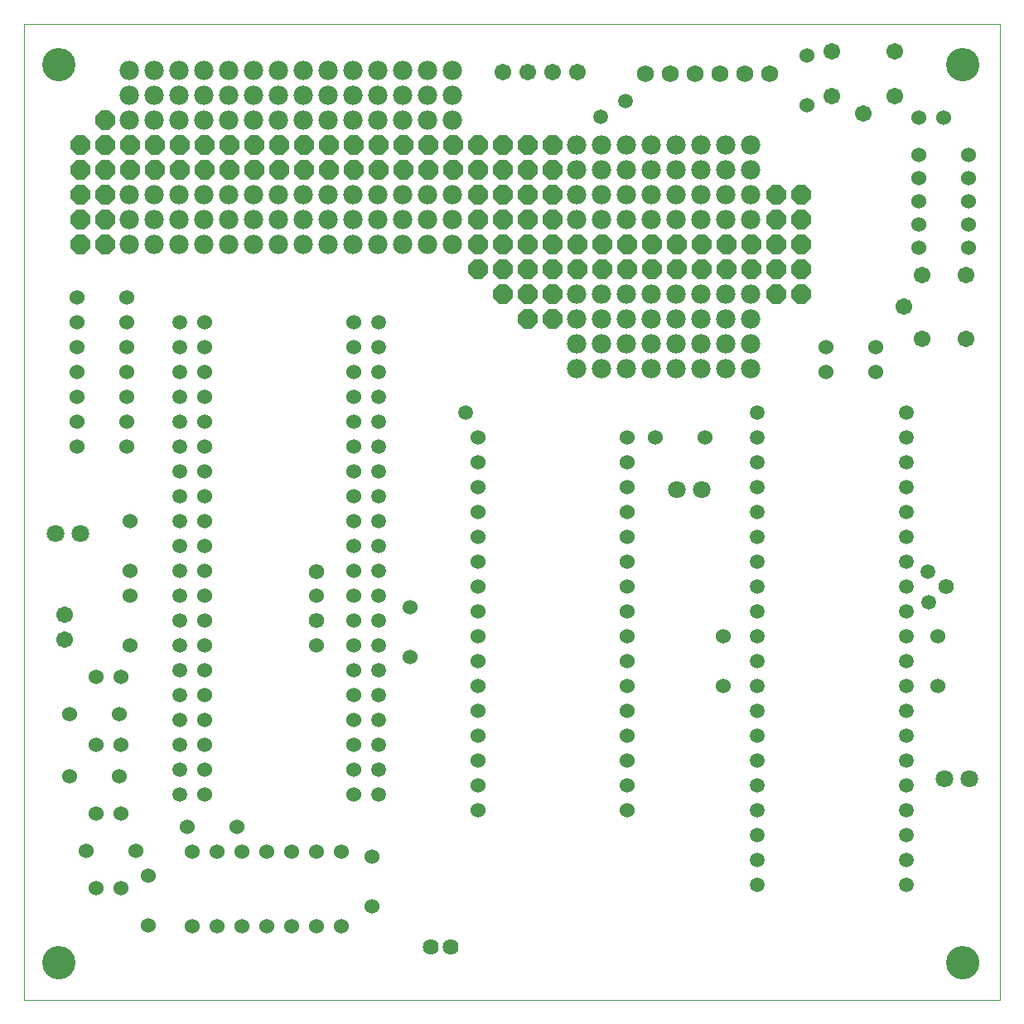
<source format=gts>
G75*
%MOIN*%
%OFA0B0*%
%FSLAX25Y25*%
%IPPOS*%
%LPD*%
%AMOC8*
5,1,8,0,0,1.08239X$1,22.5*
%
%ADD10C,0.00000*%
%ADD11C,0.13398*%
%ADD12C,0.06000*%
%ADD13C,0.05950*%
%ADD14C,0.06737*%
%ADD15C,0.06800*%
%ADD16C,0.07100*%
%ADD17C,0.06400*%
%ADD18C,0.06154*%
%ADD19OC8,0.07800*%
%ADD20C,0.07800*%
D10*
X0064972Y0005537D02*
X0064972Y0397988D01*
X0457394Y0397988D01*
X0457394Y0005537D01*
X0064972Y0005537D01*
X0072423Y0020537D02*
X0072425Y0020695D01*
X0072431Y0020853D01*
X0072441Y0021011D01*
X0072455Y0021169D01*
X0072473Y0021326D01*
X0072494Y0021483D01*
X0072520Y0021639D01*
X0072550Y0021795D01*
X0072583Y0021950D01*
X0072621Y0022103D01*
X0072662Y0022256D01*
X0072707Y0022408D01*
X0072756Y0022559D01*
X0072809Y0022708D01*
X0072865Y0022856D01*
X0072925Y0023002D01*
X0072989Y0023147D01*
X0073057Y0023290D01*
X0073128Y0023432D01*
X0073202Y0023572D01*
X0073280Y0023709D01*
X0073362Y0023845D01*
X0073446Y0023979D01*
X0073535Y0024110D01*
X0073626Y0024239D01*
X0073721Y0024366D01*
X0073818Y0024491D01*
X0073919Y0024613D01*
X0074023Y0024732D01*
X0074130Y0024849D01*
X0074240Y0024963D01*
X0074353Y0025074D01*
X0074468Y0025183D01*
X0074586Y0025288D01*
X0074707Y0025390D01*
X0074830Y0025490D01*
X0074956Y0025586D01*
X0075084Y0025679D01*
X0075214Y0025769D01*
X0075347Y0025855D01*
X0075482Y0025939D01*
X0075618Y0026018D01*
X0075757Y0026095D01*
X0075898Y0026167D01*
X0076040Y0026237D01*
X0076184Y0026302D01*
X0076330Y0026364D01*
X0076477Y0026422D01*
X0076626Y0026477D01*
X0076776Y0026528D01*
X0076927Y0026575D01*
X0077079Y0026618D01*
X0077232Y0026657D01*
X0077387Y0026693D01*
X0077542Y0026724D01*
X0077698Y0026752D01*
X0077854Y0026776D01*
X0078011Y0026796D01*
X0078169Y0026812D01*
X0078326Y0026824D01*
X0078485Y0026832D01*
X0078643Y0026836D01*
X0078801Y0026836D01*
X0078959Y0026832D01*
X0079118Y0026824D01*
X0079275Y0026812D01*
X0079433Y0026796D01*
X0079590Y0026776D01*
X0079746Y0026752D01*
X0079902Y0026724D01*
X0080057Y0026693D01*
X0080212Y0026657D01*
X0080365Y0026618D01*
X0080517Y0026575D01*
X0080668Y0026528D01*
X0080818Y0026477D01*
X0080967Y0026422D01*
X0081114Y0026364D01*
X0081260Y0026302D01*
X0081404Y0026237D01*
X0081546Y0026167D01*
X0081687Y0026095D01*
X0081826Y0026018D01*
X0081962Y0025939D01*
X0082097Y0025855D01*
X0082230Y0025769D01*
X0082360Y0025679D01*
X0082488Y0025586D01*
X0082614Y0025490D01*
X0082737Y0025390D01*
X0082858Y0025288D01*
X0082976Y0025183D01*
X0083091Y0025074D01*
X0083204Y0024963D01*
X0083314Y0024849D01*
X0083421Y0024732D01*
X0083525Y0024613D01*
X0083626Y0024491D01*
X0083723Y0024366D01*
X0083818Y0024239D01*
X0083909Y0024110D01*
X0083998Y0023979D01*
X0084082Y0023845D01*
X0084164Y0023709D01*
X0084242Y0023572D01*
X0084316Y0023432D01*
X0084387Y0023290D01*
X0084455Y0023147D01*
X0084519Y0023002D01*
X0084579Y0022856D01*
X0084635Y0022708D01*
X0084688Y0022559D01*
X0084737Y0022408D01*
X0084782Y0022256D01*
X0084823Y0022103D01*
X0084861Y0021950D01*
X0084894Y0021795D01*
X0084924Y0021639D01*
X0084950Y0021483D01*
X0084971Y0021326D01*
X0084989Y0021169D01*
X0085003Y0021011D01*
X0085013Y0020853D01*
X0085019Y0020695D01*
X0085021Y0020537D01*
X0085019Y0020379D01*
X0085013Y0020221D01*
X0085003Y0020063D01*
X0084989Y0019905D01*
X0084971Y0019748D01*
X0084950Y0019591D01*
X0084924Y0019435D01*
X0084894Y0019279D01*
X0084861Y0019124D01*
X0084823Y0018971D01*
X0084782Y0018818D01*
X0084737Y0018666D01*
X0084688Y0018515D01*
X0084635Y0018366D01*
X0084579Y0018218D01*
X0084519Y0018072D01*
X0084455Y0017927D01*
X0084387Y0017784D01*
X0084316Y0017642D01*
X0084242Y0017502D01*
X0084164Y0017365D01*
X0084082Y0017229D01*
X0083998Y0017095D01*
X0083909Y0016964D01*
X0083818Y0016835D01*
X0083723Y0016708D01*
X0083626Y0016583D01*
X0083525Y0016461D01*
X0083421Y0016342D01*
X0083314Y0016225D01*
X0083204Y0016111D01*
X0083091Y0016000D01*
X0082976Y0015891D01*
X0082858Y0015786D01*
X0082737Y0015684D01*
X0082614Y0015584D01*
X0082488Y0015488D01*
X0082360Y0015395D01*
X0082230Y0015305D01*
X0082097Y0015219D01*
X0081962Y0015135D01*
X0081826Y0015056D01*
X0081687Y0014979D01*
X0081546Y0014907D01*
X0081404Y0014837D01*
X0081260Y0014772D01*
X0081114Y0014710D01*
X0080967Y0014652D01*
X0080818Y0014597D01*
X0080668Y0014546D01*
X0080517Y0014499D01*
X0080365Y0014456D01*
X0080212Y0014417D01*
X0080057Y0014381D01*
X0079902Y0014350D01*
X0079746Y0014322D01*
X0079590Y0014298D01*
X0079433Y0014278D01*
X0079275Y0014262D01*
X0079118Y0014250D01*
X0078959Y0014242D01*
X0078801Y0014238D01*
X0078643Y0014238D01*
X0078485Y0014242D01*
X0078326Y0014250D01*
X0078169Y0014262D01*
X0078011Y0014278D01*
X0077854Y0014298D01*
X0077698Y0014322D01*
X0077542Y0014350D01*
X0077387Y0014381D01*
X0077232Y0014417D01*
X0077079Y0014456D01*
X0076927Y0014499D01*
X0076776Y0014546D01*
X0076626Y0014597D01*
X0076477Y0014652D01*
X0076330Y0014710D01*
X0076184Y0014772D01*
X0076040Y0014837D01*
X0075898Y0014907D01*
X0075757Y0014979D01*
X0075618Y0015056D01*
X0075482Y0015135D01*
X0075347Y0015219D01*
X0075214Y0015305D01*
X0075084Y0015395D01*
X0074956Y0015488D01*
X0074830Y0015584D01*
X0074707Y0015684D01*
X0074586Y0015786D01*
X0074468Y0015891D01*
X0074353Y0016000D01*
X0074240Y0016111D01*
X0074130Y0016225D01*
X0074023Y0016342D01*
X0073919Y0016461D01*
X0073818Y0016583D01*
X0073721Y0016708D01*
X0073626Y0016835D01*
X0073535Y0016964D01*
X0073446Y0017095D01*
X0073362Y0017229D01*
X0073280Y0017365D01*
X0073202Y0017502D01*
X0073128Y0017642D01*
X0073057Y0017784D01*
X0072989Y0017927D01*
X0072925Y0018072D01*
X0072865Y0018218D01*
X0072809Y0018366D01*
X0072756Y0018515D01*
X0072707Y0018666D01*
X0072662Y0018818D01*
X0072621Y0018971D01*
X0072583Y0019124D01*
X0072550Y0019279D01*
X0072520Y0019435D01*
X0072494Y0019591D01*
X0072473Y0019748D01*
X0072455Y0019905D01*
X0072441Y0020063D01*
X0072431Y0020221D01*
X0072425Y0020379D01*
X0072423Y0020537D01*
X0436173Y0020537D02*
X0436175Y0020695D01*
X0436181Y0020853D01*
X0436191Y0021011D01*
X0436205Y0021169D01*
X0436223Y0021326D01*
X0436244Y0021483D01*
X0436270Y0021639D01*
X0436300Y0021795D01*
X0436333Y0021950D01*
X0436371Y0022103D01*
X0436412Y0022256D01*
X0436457Y0022408D01*
X0436506Y0022559D01*
X0436559Y0022708D01*
X0436615Y0022856D01*
X0436675Y0023002D01*
X0436739Y0023147D01*
X0436807Y0023290D01*
X0436878Y0023432D01*
X0436952Y0023572D01*
X0437030Y0023709D01*
X0437112Y0023845D01*
X0437196Y0023979D01*
X0437285Y0024110D01*
X0437376Y0024239D01*
X0437471Y0024366D01*
X0437568Y0024491D01*
X0437669Y0024613D01*
X0437773Y0024732D01*
X0437880Y0024849D01*
X0437990Y0024963D01*
X0438103Y0025074D01*
X0438218Y0025183D01*
X0438336Y0025288D01*
X0438457Y0025390D01*
X0438580Y0025490D01*
X0438706Y0025586D01*
X0438834Y0025679D01*
X0438964Y0025769D01*
X0439097Y0025855D01*
X0439232Y0025939D01*
X0439368Y0026018D01*
X0439507Y0026095D01*
X0439648Y0026167D01*
X0439790Y0026237D01*
X0439934Y0026302D01*
X0440080Y0026364D01*
X0440227Y0026422D01*
X0440376Y0026477D01*
X0440526Y0026528D01*
X0440677Y0026575D01*
X0440829Y0026618D01*
X0440982Y0026657D01*
X0441137Y0026693D01*
X0441292Y0026724D01*
X0441448Y0026752D01*
X0441604Y0026776D01*
X0441761Y0026796D01*
X0441919Y0026812D01*
X0442076Y0026824D01*
X0442235Y0026832D01*
X0442393Y0026836D01*
X0442551Y0026836D01*
X0442709Y0026832D01*
X0442868Y0026824D01*
X0443025Y0026812D01*
X0443183Y0026796D01*
X0443340Y0026776D01*
X0443496Y0026752D01*
X0443652Y0026724D01*
X0443807Y0026693D01*
X0443962Y0026657D01*
X0444115Y0026618D01*
X0444267Y0026575D01*
X0444418Y0026528D01*
X0444568Y0026477D01*
X0444717Y0026422D01*
X0444864Y0026364D01*
X0445010Y0026302D01*
X0445154Y0026237D01*
X0445296Y0026167D01*
X0445437Y0026095D01*
X0445576Y0026018D01*
X0445712Y0025939D01*
X0445847Y0025855D01*
X0445980Y0025769D01*
X0446110Y0025679D01*
X0446238Y0025586D01*
X0446364Y0025490D01*
X0446487Y0025390D01*
X0446608Y0025288D01*
X0446726Y0025183D01*
X0446841Y0025074D01*
X0446954Y0024963D01*
X0447064Y0024849D01*
X0447171Y0024732D01*
X0447275Y0024613D01*
X0447376Y0024491D01*
X0447473Y0024366D01*
X0447568Y0024239D01*
X0447659Y0024110D01*
X0447748Y0023979D01*
X0447832Y0023845D01*
X0447914Y0023709D01*
X0447992Y0023572D01*
X0448066Y0023432D01*
X0448137Y0023290D01*
X0448205Y0023147D01*
X0448269Y0023002D01*
X0448329Y0022856D01*
X0448385Y0022708D01*
X0448438Y0022559D01*
X0448487Y0022408D01*
X0448532Y0022256D01*
X0448573Y0022103D01*
X0448611Y0021950D01*
X0448644Y0021795D01*
X0448674Y0021639D01*
X0448700Y0021483D01*
X0448721Y0021326D01*
X0448739Y0021169D01*
X0448753Y0021011D01*
X0448763Y0020853D01*
X0448769Y0020695D01*
X0448771Y0020537D01*
X0448769Y0020379D01*
X0448763Y0020221D01*
X0448753Y0020063D01*
X0448739Y0019905D01*
X0448721Y0019748D01*
X0448700Y0019591D01*
X0448674Y0019435D01*
X0448644Y0019279D01*
X0448611Y0019124D01*
X0448573Y0018971D01*
X0448532Y0018818D01*
X0448487Y0018666D01*
X0448438Y0018515D01*
X0448385Y0018366D01*
X0448329Y0018218D01*
X0448269Y0018072D01*
X0448205Y0017927D01*
X0448137Y0017784D01*
X0448066Y0017642D01*
X0447992Y0017502D01*
X0447914Y0017365D01*
X0447832Y0017229D01*
X0447748Y0017095D01*
X0447659Y0016964D01*
X0447568Y0016835D01*
X0447473Y0016708D01*
X0447376Y0016583D01*
X0447275Y0016461D01*
X0447171Y0016342D01*
X0447064Y0016225D01*
X0446954Y0016111D01*
X0446841Y0016000D01*
X0446726Y0015891D01*
X0446608Y0015786D01*
X0446487Y0015684D01*
X0446364Y0015584D01*
X0446238Y0015488D01*
X0446110Y0015395D01*
X0445980Y0015305D01*
X0445847Y0015219D01*
X0445712Y0015135D01*
X0445576Y0015056D01*
X0445437Y0014979D01*
X0445296Y0014907D01*
X0445154Y0014837D01*
X0445010Y0014772D01*
X0444864Y0014710D01*
X0444717Y0014652D01*
X0444568Y0014597D01*
X0444418Y0014546D01*
X0444267Y0014499D01*
X0444115Y0014456D01*
X0443962Y0014417D01*
X0443807Y0014381D01*
X0443652Y0014350D01*
X0443496Y0014322D01*
X0443340Y0014298D01*
X0443183Y0014278D01*
X0443025Y0014262D01*
X0442868Y0014250D01*
X0442709Y0014242D01*
X0442551Y0014238D01*
X0442393Y0014238D01*
X0442235Y0014242D01*
X0442076Y0014250D01*
X0441919Y0014262D01*
X0441761Y0014278D01*
X0441604Y0014298D01*
X0441448Y0014322D01*
X0441292Y0014350D01*
X0441137Y0014381D01*
X0440982Y0014417D01*
X0440829Y0014456D01*
X0440677Y0014499D01*
X0440526Y0014546D01*
X0440376Y0014597D01*
X0440227Y0014652D01*
X0440080Y0014710D01*
X0439934Y0014772D01*
X0439790Y0014837D01*
X0439648Y0014907D01*
X0439507Y0014979D01*
X0439368Y0015056D01*
X0439232Y0015135D01*
X0439097Y0015219D01*
X0438964Y0015305D01*
X0438834Y0015395D01*
X0438706Y0015488D01*
X0438580Y0015584D01*
X0438457Y0015684D01*
X0438336Y0015786D01*
X0438218Y0015891D01*
X0438103Y0016000D01*
X0437990Y0016111D01*
X0437880Y0016225D01*
X0437773Y0016342D01*
X0437669Y0016461D01*
X0437568Y0016583D01*
X0437471Y0016708D01*
X0437376Y0016835D01*
X0437285Y0016964D01*
X0437196Y0017095D01*
X0437112Y0017229D01*
X0437030Y0017365D01*
X0436952Y0017502D01*
X0436878Y0017642D01*
X0436807Y0017784D01*
X0436739Y0017927D01*
X0436675Y0018072D01*
X0436615Y0018218D01*
X0436559Y0018366D01*
X0436506Y0018515D01*
X0436457Y0018666D01*
X0436412Y0018818D01*
X0436371Y0018971D01*
X0436333Y0019124D01*
X0436300Y0019279D01*
X0436270Y0019435D01*
X0436244Y0019591D01*
X0436223Y0019748D01*
X0436205Y0019905D01*
X0436191Y0020063D01*
X0436181Y0020221D01*
X0436175Y0020379D01*
X0436173Y0020537D01*
X0436173Y0381787D02*
X0436175Y0381945D01*
X0436181Y0382103D01*
X0436191Y0382261D01*
X0436205Y0382419D01*
X0436223Y0382576D01*
X0436244Y0382733D01*
X0436270Y0382889D01*
X0436300Y0383045D01*
X0436333Y0383200D01*
X0436371Y0383353D01*
X0436412Y0383506D01*
X0436457Y0383658D01*
X0436506Y0383809D01*
X0436559Y0383958D01*
X0436615Y0384106D01*
X0436675Y0384252D01*
X0436739Y0384397D01*
X0436807Y0384540D01*
X0436878Y0384682D01*
X0436952Y0384822D01*
X0437030Y0384959D01*
X0437112Y0385095D01*
X0437196Y0385229D01*
X0437285Y0385360D01*
X0437376Y0385489D01*
X0437471Y0385616D01*
X0437568Y0385741D01*
X0437669Y0385863D01*
X0437773Y0385982D01*
X0437880Y0386099D01*
X0437990Y0386213D01*
X0438103Y0386324D01*
X0438218Y0386433D01*
X0438336Y0386538D01*
X0438457Y0386640D01*
X0438580Y0386740D01*
X0438706Y0386836D01*
X0438834Y0386929D01*
X0438964Y0387019D01*
X0439097Y0387105D01*
X0439232Y0387189D01*
X0439368Y0387268D01*
X0439507Y0387345D01*
X0439648Y0387417D01*
X0439790Y0387487D01*
X0439934Y0387552D01*
X0440080Y0387614D01*
X0440227Y0387672D01*
X0440376Y0387727D01*
X0440526Y0387778D01*
X0440677Y0387825D01*
X0440829Y0387868D01*
X0440982Y0387907D01*
X0441137Y0387943D01*
X0441292Y0387974D01*
X0441448Y0388002D01*
X0441604Y0388026D01*
X0441761Y0388046D01*
X0441919Y0388062D01*
X0442076Y0388074D01*
X0442235Y0388082D01*
X0442393Y0388086D01*
X0442551Y0388086D01*
X0442709Y0388082D01*
X0442868Y0388074D01*
X0443025Y0388062D01*
X0443183Y0388046D01*
X0443340Y0388026D01*
X0443496Y0388002D01*
X0443652Y0387974D01*
X0443807Y0387943D01*
X0443962Y0387907D01*
X0444115Y0387868D01*
X0444267Y0387825D01*
X0444418Y0387778D01*
X0444568Y0387727D01*
X0444717Y0387672D01*
X0444864Y0387614D01*
X0445010Y0387552D01*
X0445154Y0387487D01*
X0445296Y0387417D01*
X0445437Y0387345D01*
X0445576Y0387268D01*
X0445712Y0387189D01*
X0445847Y0387105D01*
X0445980Y0387019D01*
X0446110Y0386929D01*
X0446238Y0386836D01*
X0446364Y0386740D01*
X0446487Y0386640D01*
X0446608Y0386538D01*
X0446726Y0386433D01*
X0446841Y0386324D01*
X0446954Y0386213D01*
X0447064Y0386099D01*
X0447171Y0385982D01*
X0447275Y0385863D01*
X0447376Y0385741D01*
X0447473Y0385616D01*
X0447568Y0385489D01*
X0447659Y0385360D01*
X0447748Y0385229D01*
X0447832Y0385095D01*
X0447914Y0384959D01*
X0447992Y0384822D01*
X0448066Y0384682D01*
X0448137Y0384540D01*
X0448205Y0384397D01*
X0448269Y0384252D01*
X0448329Y0384106D01*
X0448385Y0383958D01*
X0448438Y0383809D01*
X0448487Y0383658D01*
X0448532Y0383506D01*
X0448573Y0383353D01*
X0448611Y0383200D01*
X0448644Y0383045D01*
X0448674Y0382889D01*
X0448700Y0382733D01*
X0448721Y0382576D01*
X0448739Y0382419D01*
X0448753Y0382261D01*
X0448763Y0382103D01*
X0448769Y0381945D01*
X0448771Y0381787D01*
X0448769Y0381629D01*
X0448763Y0381471D01*
X0448753Y0381313D01*
X0448739Y0381155D01*
X0448721Y0380998D01*
X0448700Y0380841D01*
X0448674Y0380685D01*
X0448644Y0380529D01*
X0448611Y0380374D01*
X0448573Y0380221D01*
X0448532Y0380068D01*
X0448487Y0379916D01*
X0448438Y0379765D01*
X0448385Y0379616D01*
X0448329Y0379468D01*
X0448269Y0379322D01*
X0448205Y0379177D01*
X0448137Y0379034D01*
X0448066Y0378892D01*
X0447992Y0378752D01*
X0447914Y0378615D01*
X0447832Y0378479D01*
X0447748Y0378345D01*
X0447659Y0378214D01*
X0447568Y0378085D01*
X0447473Y0377958D01*
X0447376Y0377833D01*
X0447275Y0377711D01*
X0447171Y0377592D01*
X0447064Y0377475D01*
X0446954Y0377361D01*
X0446841Y0377250D01*
X0446726Y0377141D01*
X0446608Y0377036D01*
X0446487Y0376934D01*
X0446364Y0376834D01*
X0446238Y0376738D01*
X0446110Y0376645D01*
X0445980Y0376555D01*
X0445847Y0376469D01*
X0445712Y0376385D01*
X0445576Y0376306D01*
X0445437Y0376229D01*
X0445296Y0376157D01*
X0445154Y0376087D01*
X0445010Y0376022D01*
X0444864Y0375960D01*
X0444717Y0375902D01*
X0444568Y0375847D01*
X0444418Y0375796D01*
X0444267Y0375749D01*
X0444115Y0375706D01*
X0443962Y0375667D01*
X0443807Y0375631D01*
X0443652Y0375600D01*
X0443496Y0375572D01*
X0443340Y0375548D01*
X0443183Y0375528D01*
X0443025Y0375512D01*
X0442868Y0375500D01*
X0442709Y0375492D01*
X0442551Y0375488D01*
X0442393Y0375488D01*
X0442235Y0375492D01*
X0442076Y0375500D01*
X0441919Y0375512D01*
X0441761Y0375528D01*
X0441604Y0375548D01*
X0441448Y0375572D01*
X0441292Y0375600D01*
X0441137Y0375631D01*
X0440982Y0375667D01*
X0440829Y0375706D01*
X0440677Y0375749D01*
X0440526Y0375796D01*
X0440376Y0375847D01*
X0440227Y0375902D01*
X0440080Y0375960D01*
X0439934Y0376022D01*
X0439790Y0376087D01*
X0439648Y0376157D01*
X0439507Y0376229D01*
X0439368Y0376306D01*
X0439232Y0376385D01*
X0439097Y0376469D01*
X0438964Y0376555D01*
X0438834Y0376645D01*
X0438706Y0376738D01*
X0438580Y0376834D01*
X0438457Y0376934D01*
X0438336Y0377036D01*
X0438218Y0377141D01*
X0438103Y0377250D01*
X0437990Y0377361D01*
X0437880Y0377475D01*
X0437773Y0377592D01*
X0437669Y0377711D01*
X0437568Y0377833D01*
X0437471Y0377958D01*
X0437376Y0378085D01*
X0437285Y0378214D01*
X0437196Y0378345D01*
X0437112Y0378479D01*
X0437030Y0378615D01*
X0436952Y0378752D01*
X0436878Y0378892D01*
X0436807Y0379034D01*
X0436739Y0379177D01*
X0436675Y0379322D01*
X0436615Y0379468D01*
X0436559Y0379616D01*
X0436506Y0379765D01*
X0436457Y0379916D01*
X0436412Y0380068D01*
X0436371Y0380221D01*
X0436333Y0380374D01*
X0436300Y0380529D01*
X0436270Y0380685D01*
X0436244Y0380841D01*
X0436223Y0380998D01*
X0436205Y0381155D01*
X0436191Y0381313D01*
X0436181Y0381471D01*
X0436175Y0381629D01*
X0436173Y0381787D01*
X0072423Y0381787D02*
X0072425Y0381945D01*
X0072431Y0382103D01*
X0072441Y0382261D01*
X0072455Y0382419D01*
X0072473Y0382576D01*
X0072494Y0382733D01*
X0072520Y0382889D01*
X0072550Y0383045D01*
X0072583Y0383200D01*
X0072621Y0383353D01*
X0072662Y0383506D01*
X0072707Y0383658D01*
X0072756Y0383809D01*
X0072809Y0383958D01*
X0072865Y0384106D01*
X0072925Y0384252D01*
X0072989Y0384397D01*
X0073057Y0384540D01*
X0073128Y0384682D01*
X0073202Y0384822D01*
X0073280Y0384959D01*
X0073362Y0385095D01*
X0073446Y0385229D01*
X0073535Y0385360D01*
X0073626Y0385489D01*
X0073721Y0385616D01*
X0073818Y0385741D01*
X0073919Y0385863D01*
X0074023Y0385982D01*
X0074130Y0386099D01*
X0074240Y0386213D01*
X0074353Y0386324D01*
X0074468Y0386433D01*
X0074586Y0386538D01*
X0074707Y0386640D01*
X0074830Y0386740D01*
X0074956Y0386836D01*
X0075084Y0386929D01*
X0075214Y0387019D01*
X0075347Y0387105D01*
X0075482Y0387189D01*
X0075618Y0387268D01*
X0075757Y0387345D01*
X0075898Y0387417D01*
X0076040Y0387487D01*
X0076184Y0387552D01*
X0076330Y0387614D01*
X0076477Y0387672D01*
X0076626Y0387727D01*
X0076776Y0387778D01*
X0076927Y0387825D01*
X0077079Y0387868D01*
X0077232Y0387907D01*
X0077387Y0387943D01*
X0077542Y0387974D01*
X0077698Y0388002D01*
X0077854Y0388026D01*
X0078011Y0388046D01*
X0078169Y0388062D01*
X0078326Y0388074D01*
X0078485Y0388082D01*
X0078643Y0388086D01*
X0078801Y0388086D01*
X0078959Y0388082D01*
X0079118Y0388074D01*
X0079275Y0388062D01*
X0079433Y0388046D01*
X0079590Y0388026D01*
X0079746Y0388002D01*
X0079902Y0387974D01*
X0080057Y0387943D01*
X0080212Y0387907D01*
X0080365Y0387868D01*
X0080517Y0387825D01*
X0080668Y0387778D01*
X0080818Y0387727D01*
X0080967Y0387672D01*
X0081114Y0387614D01*
X0081260Y0387552D01*
X0081404Y0387487D01*
X0081546Y0387417D01*
X0081687Y0387345D01*
X0081826Y0387268D01*
X0081962Y0387189D01*
X0082097Y0387105D01*
X0082230Y0387019D01*
X0082360Y0386929D01*
X0082488Y0386836D01*
X0082614Y0386740D01*
X0082737Y0386640D01*
X0082858Y0386538D01*
X0082976Y0386433D01*
X0083091Y0386324D01*
X0083204Y0386213D01*
X0083314Y0386099D01*
X0083421Y0385982D01*
X0083525Y0385863D01*
X0083626Y0385741D01*
X0083723Y0385616D01*
X0083818Y0385489D01*
X0083909Y0385360D01*
X0083998Y0385229D01*
X0084082Y0385095D01*
X0084164Y0384959D01*
X0084242Y0384822D01*
X0084316Y0384682D01*
X0084387Y0384540D01*
X0084455Y0384397D01*
X0084519Y0384252D01*
X0084579Y0384106D01*
X0084635Y0383958D01*
X0084688Y0383809D01*
X0084737Y0383658D01*
X0084782Y0383506D01*
X0084823Y0383353D01*
X0084861Y0383200D01*
X0084894Y0383045D01*
X0084924Y0382889D01*
X0084950Y0382733D01*
X0084971Y0382576D01*
X0084989Y0382419D01*
X0085003Y0382261D01*
X0085013Y0382103D01*
X0085019Y0381945D01*
X0085021Y0381787D01*
X0085019Y0381629D01*
X0085013Y0381471D01*
X0085003Y0381313D01*
X0084989Y0381155D01*
X0084971Y0380998D01*
X0084950Y0380841D01*
X0084924Y0380685D01*
X0084894Y0380529D01*
X0084861Y0380374D01*
X0084823Y0380221D01*
X0084782Y0380068D01*
X0084737Y0379916D01*
X0084688Y0379765D01*
X0084635Y0379616D01*
X0084579Y0379468D01*
X0084519Y0379322D01*
X0084455Y0379177D01*
X0084387Y0379034D01*
X0084316Y0378892D01*
X0084242Y0378752D01*
X0084164Y0378615D01*
X0084082Y0378479D01*
X0083998Y0378345D01*
X0083909Y0378214D01*
X0083818Y0378085D01*
X0083723Y0377958D01*
X0083626Y0377833D01*
X0083525Y0377711D01*
X0083421Y0377592D01*
X0083314Y0377475D01*
X0083204Y0377361D01*
X0083091Y0377250D01*
X0082976Y0377141D01*
X0082858Y0377036D01*
X0082737Y0376934D01*
X0082614Y0376834D01*
X0082488Y0376738D01*
X0082360Y0376645D01*
X0082230Y0376555D01*
X0082097Y0376469D01*
X0081962Y0376385D01*
X0081826Y0376306D01*
X0081687Y0376229D01*
X0081546Y0376157D01*
X0081404Y0376087D01*
X0081260Y0376022D01*
X0081114Y0375960D01*
X0080967Y0375902D01*
X0080818Y0375847D01*
X0080668Y0375796D01*
X0080517Y0375749D01*
X0080365Y0375706D01*
X0080212Y0375667D01*
X0080057Y0375631D01*
X0079902Y0375600D01*
X0079746Y0375572D01*
X0079590Y0375548D01*
X0079433Y0375528D01*
X0079275Y0375512D01*
X0079118Y0375500D01*
X0078959Y0375492D01*
X0078801Y0375488D01*
X0078643Y0375488D01*
X0078485Y0375492D01*
X0078326Y0375500D01*
X0078169Y0375512D01*
X0078011Y0375528D01*
X0077854Y0375548D01*
X0077698Y0375572D01*
X0077542Y0375600D01*
X0077387Y0375631D01*
X0077232Y0375667D01*
X0077079Y0375706D01*
X0076927Y0375749D01*
X0076776Y0375796D01*
X0076626Y0375847D01*
X0076477Y0375902D01*
X0076330Y0375960D01*
X0076184Y0376022D01*
X0076040Y0376087D01*
X0075898Y0376157D01*
X0075757Y0376229D01*
X0075618Y0376306D01*
X0075482Y0376385D01*
X0075347Y0376469D01*
X0075214Y0376555D01*
X0075084Y0376645D01*
X0074956Y0376738D01*
X0074830Y0376834D01*
X0074707Y0376934D01*
X0074586Y0377036D01*
X0074468Y0377141D01*
X0074353Y0377250D01*
X0074240Y0377361D01*
X0074130Y0377475D01*
X0074023Y0377592D01*
X0073919Y0377711D01*
X0073818Y0377833D01*
X0073721Y0377958D01*
X0073626Y0378085D01*
X0073535Y0378214D01*
X0073446Y0378345D01*
X0073362Y0378479D01*
X0073280Y0378615D01*
X0073202Y0378752D01*
X0073128Y0378892D01*
X0073057Y0379034D01*
X0072989Y0379177D01*
X0072925Y0379322D01*
X0072865Y0379468D01*
X0072809Y0379616D01*
X0072756Y0379765D01*
X0072707Y0379916D01*
X0072662Y0380068D01*
X0072621Y0380221D01*
X0072583Y0380374D01*
X0072550Y0380529D01*
X0072520Y0380685D01*
X0072494Y0380841D01*
X0072473Y0380998D01*
X0072455Y0381155D01*
X0072441Y0381313D01*
X0072431Y0381471D01*
X0072425Y0381629D01*
X0072423Y0381787D01*
D11*
X0078722Y0381787D03*
X0442472Y0381787D03*
X0442472Y0020537D03*
X0078722Y0020537D03*
D12*
X0114972Y0035537D03*
X0132504Y0034927D03*
X0142504Y0034927D03*
X0152504Y0034927D03*
X0162504Y0034927D03*
X0172504Y0034927D03*
X0182504Y0034927D03*
X0192504Y0034927D03*
X0204972Y0043037D03*
X0204972Y0063037D03*
X0192504Y0064927D03*
X0182504Y0064927D03*
X0172504Y0064927D03*
X0162504Y0064927D03*
X0152504Y0064927D03*
X0142504Y0064927D03*
X0132504Y0064927D03*
X0130622Y0074935D03*
X0137472Y0088037D03*
X0137472Y0098037D03*
X0137472Y0108037D03*
X0137472Y0118037D03*
X0137472Y0128037D03*
X0137472Y0138037D03*
X0137472Y0148037D03*
X0137472Y0158037D03*
X0137472Y0168037D03*
X0137472Y0178037D03*
X0137472Y0188037D03*
X0137472Y0198037D03*
X0137472Y0208037D03*
X0137472Y0218037D03*
X0137472Y0228037D03*
X0137472Y0238037D03*
X0137472Y0248037D03*
X0137472Y0258037D03*
X0137472Y0268037D03*
X0137472Y0278037D03*
X0106222Y0278037D03*
X0106222Y0288037D03*
X0086222Y0288037D03*
X0086222Y0278037D03*
X0086222Y0268037D03*
X0086222Y0258037D03*
X0086222Y0248037D03*
X0086222Y0238037D03*
X0086222Y0228037D03*
X0106222Y0228037D03*
X0106222Y0238037D03*
X0106222Y0248037D03*
X0106222Y0258037D03*
X0106222Y0268037D03*
X0107472Y0198037D03*
X0107472Y0178037D03*
X0107472Y0168037D03*
X0107472Y0148037D03*
X0103724Y0135537D03*
X0093724Y0135537D03*
X0103097Y0120537D03*
X0103724Y0108037D03*
X0093724Y0108037D03*
X0103098Y0095537D03*
X0103724Y0080537D03*
X0093724Y0080537D03*
X0089972Y0065537D03*
X0093724Y0050537D03*
X0103724Y0050537D03*
X0114972Y0055537D03*
X0109972Y0065537D03*
X0083098Y0095537D03*
X0083097Y0120537D03*
X0150622Y0074935D03*
X0197472Y0088037D03*
X0197472Y0098037D03*
X0197472Y0108037D03*
X0197472Y0118037D03*
X0197472Y0128037D03*
X0197472Y0138037D03*
X0197472Y0148037D03*
X0197472Y0158037D03*
X0197472Y0168037D03*
X0197472Y0178037D03*
X0197472Y0188037D03*
X0197472Y0198037D03*
X0197472Y0208037D03*
X0197472Y0218037D03*
X0197472Y0228037D03*
X0197472Y0238037D03*
X0197472Y0248037D03*
X0197472Y0258037D03*
X0197472Y0268037D03*
X0197472Y0278037D03*
X0247472Y0231787D03*
X0247472Y0221787D03*
X0247472Y0211787D03*
X0247472Y0201787D03*
X0247472Y0191787D03*
X0247472Y0181787D03*
X0247472Y0171787D03*
X0247472Y0161787D03*
X0247472Y0151787D03*
X0247472Y0141787D03*
X0247472Y0131787D03*
X0247472Y0121787D03*
X0247472Y0111787D03*
X0247472Y0101787D03*
X0247472Y0091787D03*
X0247472Y0081787D03*
X0307472Y0081787D03*
X0307472Y0091787D03*
X0307472Y0101787D03*
X0307472Y0111787D03*
X0307472Y0121787D03*
X0307472Y0131787D03*
X0307472Y0141787D03*
X0307472Y0151787D03*
X0307472Y0161787D03*
X0307472Y0171787D03*
X0307472Y0181787D03*
X0307472Y0191787D03*
X0307472Y0201787D03*
X0307472Y0211787D03*
X0307472Y0221787D03*
X0307472Y0231787D03*
X0318722Y0231787D03*
X0338722Y0231787D03*
X0387472Y0258037D03*
X0387472Y0268037D03*
X0407472Y0268037D03*
X0407472Y0258037D03*
X0424972Y0308037D03*
X0424972Y0317412D03*
X0424972Y0326787D03*
X0424972Y0336162D03*
X0424972Y0345537D03*
X0424972Y0360537D03*
X0434972Y0360537D03*
X0444972Y0345537D03*
X0444972Y0336162D03*
X0444972Y0326787D03*
X0444972Y0317412D03*
X0444972Y0308037D03*
X0379972Y0365537D03*
X0379972Y0385537D03*
X0182472Y0168037D03*
X0182472Y0148037D03*
X0220023Y0143397D03*
X0220023Y0163397D03*
X0346222Y0151787D03*
X0346222Y0131787D03*
X0432473Y0131787D03*
X0432473Y0151787D03*
D13*
X0419972Y0151787D03*
X0419972Y0141787D03*
X0419972Y0131787D03*
X0419972Y0121787D03*
X0419972Y0111787D03*
X0419972Y0101787D03*
X0419972Y0091787D03*
X0419972Y0081787D03*
X0419972Y0071787D03*
X0419972Y0061787D03*
X0419972Y0051787D03*
X0359972Y0051787D03*
X0359972Y0061787D03*
X0359972Y0071787D03*
X0359972Y0081787D03*
X0359972Y0091787D03*
X0359972Y0101787D03*
X0359972Y0111787D03*
X0359972Y0121787D03*
X0359972Y0131787D03*
X0359972Y0141787D03*
X0359972Y0151787D03*
X0359972Y0161787D03*
X0359972Y0171787D03*
X0359972Y0181787D03*
X0359972Y0191787D03*
X0359972Y0201787D03*
X0359972Y0211787D03*
X0359972Y0221787D03*
X0359972Y0231787D03*
X0359972Y0241787D03*
X0419972Y0241787D03*
X0419972Y0231787D03*
X0419972Y0221787D03*
X0419972Y0211787D03*
X0419972Y0201787D03*
X0419972Y0191787D03*
X0419972Y0181787D03*
X0428527Y0177780D03*
X0419972Y0171787D03*
X0419972Y0161787D03*
X0428840Y0165276D03*
X0242472Y0241787D03*
X0207472Y0238037D03*
X0207472Y0228037D03*
X0207472Y0218037D03*
X0207472Y0208037D03*
X0207472Y0198037D03*
X0207472Y0188037D03*
X0207472Y0178037D03*
X0207472Y0168037D03*
X0207472Y0158037D03*
X0207472Y0148037D03*
X0207472Y0138037D03*
X0207472Y0128037D03*
X0207472Y0118037D03*
X0207472Y0108037D03*
X0207472Y0098037D03*
X0207472Y0088037D03*
X0127472Y0088037D03*
X0127472Y0098037D03*
X0127472Y0108037D03*
X0127472Y0118037D03*
X0127472Y0128037D03*
X0127472Y0138037D03*
X0127472Y0148037D03*
X0127472Y0158037D03*
X0127472Y0168037D03*
X0127472Y0178037D03*
X0127472Y0188037D03*
X0127472Y0198037D03*
X0127472Y0208037D03*
X0127472Y0218037D03*
X0127472Y0228037D03*
X0127472Y0238037D03*
X0127472Y0248037D03*
X0127472Y0258037D03*
X0127472Y0268037D03*
X0127472Y0278037D03*
X0207472Y0278037D03*
X0207472Y0268037D03*
X0207472Y0258037D03*
X0207472Y0248037D03*
X0296922Y0360651D03*
X0306926Y0366903D03*
D14*
X0287472Y0378663D03*
X0277472Y0378663D03*
X0267472Y0378663D03*
X0257472Y0378663D03*
X0389677Y0386896D03*
X0389677Y0369179D03*
X0402472Y0361896D03*
X0415268Y0369179D03*
X0415268Y0386896D03*
X0426114Y0297083D03*
X0418831Y0284287D03*
X0426114Y0271492D03*
X0443831Y0271492D03*
X0443831Y0297083D03*
X0081222Y0160537D03*
X0081222Y0150537D03*
D15*
X0314972Y0378037D03*
X0324972Y0378037D03*
X0334972Y0378037D03*
X0344972Y0378037D03*
X0354972Y0378037D03*
X0364972Y0378037D03*
D16*
X0337559Y0210603D03*
X0327559Y0210603D03*
X0435093Y0094316D03*
X0445093Y0094316D03*
X0087479Y0193097D03*
X0077479Y0193097D03*
D17*
X0228590Y0026794D03*
X0236464Y0026794D03*
D18*
X0182472Y0158037D03*
X0182472Y0177725D03*
X0435848Y0171784D03*
D19*
X0377472Y0289444D03*
X0367472Y0289444D03*
X0367472Y0299444D03*
X0367472Y0309444D03*
X0377472Y0309444D03*
X0377472Y0299444D03*
X0357472Y0299287D03*
X0347472Y0299287D03*
X0337472Y0299287D03*
X0327472Y0299287D03*
X0317472Y0299287D03*
X0307472Y0299287D03*
X0297472Y0299287D03*
X0287472Y0299287D03*
X0277472Y0299287D03*
X0267472Y0299287D03*
X0257472Y0299287D03*
X0257472Y0309287D03*
X0267472Y0309287D03*
X0277472Y0309287D03*
X0287472Y0309287D03*
X0297472Y0309287D03*
X0307472Y0309287D03*
X0317472Y0309287D03*
X0327472Y0309287D03*
X0337472Y0309287D03*
X0347472Y0309287D03*
X0357472Y0309287D03*
X0367472Y0319444D03*
X0367472Y0329444D03*
X0377472Y0329444D03*
X0377472Y0319444D03*
X0277472Y0319287D03*
X0267472Y0319287D03*
X0257472Y0319287D03*
X0257472Y0329287D03*
X0267472Y0329287D03*
X0277472Y0329287D03*
X0277472Y0339287D03*
X0267472Y0339287D03*
X0257472Y0339287D03*
X0257472Y0349287D03*
X0267472Y0349287D03*
X0277472Y0349287D03*
X0247472Y0349287D03*
X0237472Y0349287D03*
X0227472Y0349287D03*
X0217472Y0349287D03*
X0207472Y0349287D03*
X0197472Y0349287D03*
X0187472Y0349287D03*
X0177472Y0349287D03*
X0167472Y0349287D03*
X0157472Y0349287D03*
X0147472Y0349287D03*
X0137472Y0349287D03*
X0127472Y0349287D03*
X0117472Y0349287D03*
X0107472Y0349287D03*
X0097472Y0349287D03*
X0087472Y0349287D03*
X0087472Y0339287D03*
X0097472Y0339287D03*
X0107472Y0339287D03*
X0117472Y0339287D03*
X0127472Y0339287D03*
X0137472Y0339287D03*
X0147472Y0339287D03*
X0157472Y0339287D03*
X0167472Y0339287D03*
X0177472Y0339287D03*
X0187472Y0339287D03*
X0197472Y0339287D03*
X0207472Y0339287D03*
X0217472Y0339287D03*
X0227472Y0339287D03*
X0237472Y0339287D03*
X0247472Y0339287D03*
X0247472Y0329287D03*
X0247472Y0319287D03*
X0247472Y0309287D03*
X0247472Y0299287D03*
X0257472Y0289287D03*
X0267472Y0289287D03*
X0267472Y0279287D03*
X0277472Y0279287D03*
X0277472Y0289287D03*
X0097472Y0309287D03*
X0087472Y0309287D03*
X0087472Y0319287D03*
X0087472Y0329287D03*
X0097472Y0329287D03*
X0097472Y0319287D03*
X0097472Y0359287D03*
D20*
X0107160Y0359287D03*
X0117160Y0359287D03*
X0127160Y0359287D03*
X0137160Y0359287D03*
X0147160Y0359287D03*
X0157160Y0359287D03*
X0167160Y0359287D03*
X0177160Y0359287D03*
X0187160Y0359287D03*
X0197160Y0359287D03*
X0207160Y0359287D03*
X0217160Y0359287D03*
X0227160Y0359287D03*
X0237160Y0359287D03*
X0237160Y0369287D03*
X0227160Y0369287D03*
X0217160Y0369287D03*
X0207160Y0369287D03*
X0197160Y0369287D03*
X0187160Y0369287D03*
X0177160Y0369287D03*
X0167160Y0369287D03*
X0157160Y0369287D03*
X0147160Y0369287D03*
X0137160Y0369287D03*
X0127160Y0369287D03*
X0117160Y0369287D03*
X0107160Y0369287D03*
X0107160Y0379287D03*
X0117160Y0379287D03*
X0127160Y0379287D03*
X0137160Y0379287D03*
X0147160Y0379287D03*
X0157160Y0379287D03*
X0167160Y0379287D03*
X0177160Y0379287D03*
X0187160Y0379287D03*
X0197160Y0379287D03*
X0207160Y0379287D03*
X0217160Y0379287D03*
X0227160Y0379287D03*
X0237160Y0379287D03*
X0287160Y0349287D03*
X0287160Y0339287D03*
X0297160Y0339287D03*
X0307160Y0339287D03*
X0317160Y0339287D03*
X0327160Y0339287D03*
X0337160Y0339287D03*
X0347160Y0339287D03*
X0357160Y0339287D03*
X0357160Y0349287D03*
X0347160Y0349287D03*
X0337160Y0349287D03*
X0327160Y0349287D03*
X0317160Y0349287D03*
X0307160Y0349287D03*
X0297160Y0349287D03*
X0297160Y0329287D03*
X0297160Y0319287D03*
X0307160Y0319287D03*
X0317160Y0319287D03*
X0327160Y0319287D03*
X0337160Y0319287D03*
X0347160Y0319287D03*
X0357160Y0319287D03*
X0357160Y0329287D03*
X0347160Y0329287D03*
X0337160Y0329287D03*
X0327160Y0329287D03*
X0317160Y0329287D03*
X0307160Y0329287D03*
X0287160Y0329287D03*
X0287160Y0319287D03*
X0287160Y0289287D03*
X0287160Y0279287D03*
X0287160Y0269287D03*
X0297160Y0269287D03*
X0307160Y0269287D03*
X0317160Y0269287D03*
X0327160Y0269287D03*
X0337160Y0269287D03*
X0347160Y0269287D03*
X0357160Y0269287D03*
X0357160Y0279287D03*
X0347160Y0279287D03*
X0337160Y0279287D03*
X0327160Y0279287D03*
X0317160Y0279287D03*
X0307160Y0279287D03*
X0297160Y0279287D03*
X0297160Y0289287D03*
X0307160Y0289287D03*
X0317160Y0289287D03*
X0327160Y0289287D03*
X0337160Y0289287D03*
X0347160Y0289287D03*
X0357160Y0289287D03*
X0357160Y0259287D03*
X0347160Y0259287D03*
X0337160Y0259287D03*
X0327160Y0259287D03*
X0317160Y0259287D03*
X0307160Y0259287D03*
X0297160Y0259287D03*
X0287160Y0259287D03*
X0237160Y0309287D03*
X0227160Y0309287D03*
X0217160Y0309287D03*
X0207160Y0309287D03*
X0197160Y0309287D03*
X0187160Y0309287D03*
X0177160Y0309287D03*
X0167160Y0309287D03*
X0157160Y0309287D03*
X0147160Y0309287D03*
X0137160Y0309287D03*
X0127160Y0309287D03*
X0117160Y0309287D03*
X0107160Y0309287D03*
X0107160Y0319287D03*
X0117160Y0319287D03*
X0127160Y0319287D03*
X0137160Y0319287D03*
X0147160Y0319287D03*
X0157160Y0319287D03*
X0167160Y0319287D03*
X0177160Y0319287D03*
X0187160Y0319287D03*
X0197160Y0319287D03*
X0207160Y0319287D03*
X0217160Y0319287D03*
X0227160Y0319287D03*
X0237160Y0319287D03*
X0237160Y0329287D03*
X0227160Y0329287D03*
X0217160Y0329287D03*
X0207160Y0329287D03*
X0197160Y0329287D03*
X0187160Y0329287D03*
X0177160Y0329287D03*
X0167160Y0329287D03*
X0157160Y0329287D03*
X0147160Y0329287D03*
X0137160Y0329287D03*
X0127160Y0329287D03*
X0117160Y0329287D03*
X0107160Y0329287D03*
M02*

</source>
